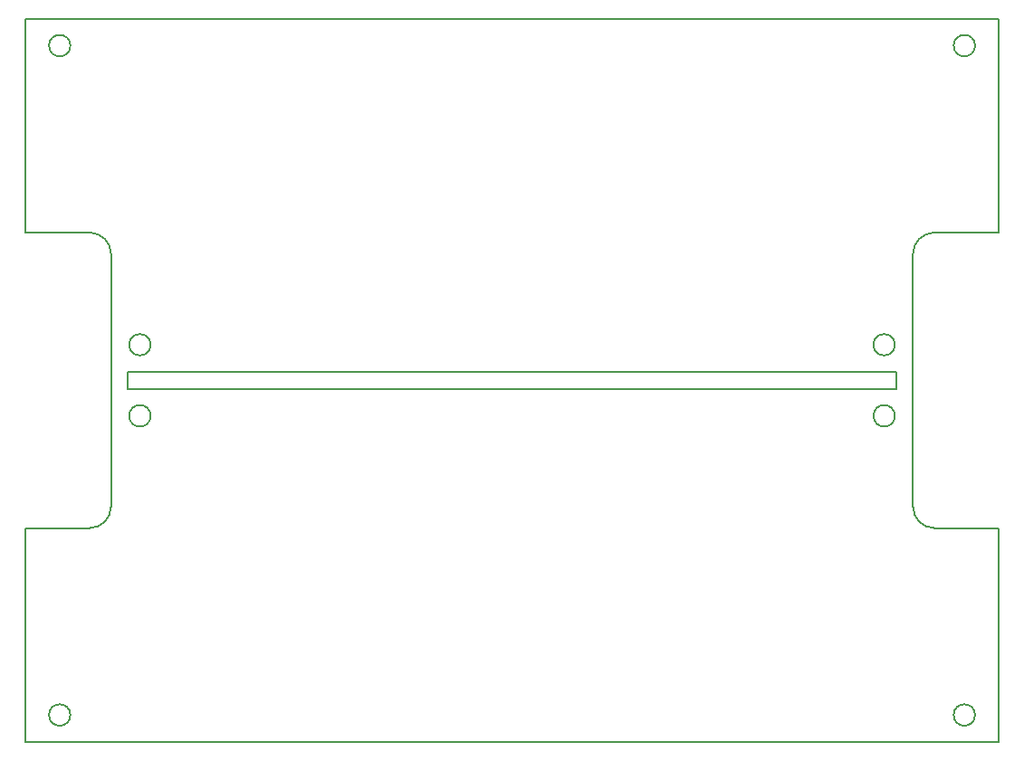
<source format=gko>
G04 #@! TF.GenerationSoftware,KiCad,Pcbnew,(5.0.0)*
G04 #@! TF.CreationDate,2019-07-10T13:20:49+09:00*
G04 #@! TF.ProjectId,top and bottom,746F7020616E6420626F74746F6D2E6B,rev?*
G04 #@! TF.SameCoordinates,Original*
G04 #@! TF.FileFunction,Profile,NP*
%FSLAX46Y46*%
G04 Gerber Fmt 4.6, Leading zero omitted, Abs format (unit mm)*
G04 Created by KiCad (PCBNEW (5.0.0)) date 07/10/19 13:20:49*
%MOMM*%
%LPD*%
G01*
G04 APERTURE LIST*
%ADD10C,0.150000*%
%ADD11C,0.200000*%
G04 APERTURE END LIST*
D10*
X118800000Y-104100000D02*
X118800000Y-105750000D01*
X117250000Y-105750000D02*
X117250000Y-104100000D01*
X190700000Y-105650000D02*
X190700000Y-105750000D01*
X118800000Y-104100000D02*
X190700000Y-104100000D01*
X118800000Y-105750000D02*
X190700000Y-105750000D01*
X190700000Y-105700000D02*
X190700000Y-104100000D01*
X192250000Y-105800000D02*
X192250000Y-104100000D01*
D11*
X198050000Y-73609734D02*
G75*
G03X198050000Y-73609734I-1000000J0D01*
G01*
X109250000Y-71100000D02*
X109250000Y-91100000D01*
X200250000Y-71100000D02*
X109250000Y-71100000D01*
X194250000Y-91100000D02*
X200250000Y-91100000D01*
X192250000Y-93100000D02*
G75*
G02X194250000Y-91100000I2000000J0D01*
G01*
X117250000Y-93100000D02*
X117250000Y-104100000D01*
X109250000Y-91100000D02*
X115250000Y-91100000D01*
X115250000Y-91100000D02*
G75*
G02X117250000Y-93100000I0J-2000000D01*
G01*
X113450000Y-73609734D02*
G75*
G03X113450000Y-73609734I-1000000J0D01*
G01*
X192250000Y-104100000D02*
X192250000Y-93100000D01*
X200250000Y-91100000D02*
X200250000Y-71100000D01*
X120950000Y-101600000D02*
G75*
G03X120950000Y-101600000I-1000000J0D01*
G01*
X190550000Y-101600000D02*
G75*
G03X190550000Y-101600000I-1000000J0D01*
G01*
X200250000Y-138750000D02*
X200250000Y-118750000D01*
X109250000Y-118750000D02*
X109250000Y-138750000D01*
X113450000Y-136240266D02*
G75*
G03X113450000Y-136240266I-1000000J0D01*
G01*
X198050000Y-136240266D02*
G75*
G03X198050000Y-136240266I-1000000J0D01*
G01*
X190550000Y-108250000D02*
G75*
G03X190550000Y-108250000I-1000000J0D01*
G01*
X115250000Y-118750000D02*
X109250000Y-118750000D01*
X120950000Y-108250000D02*
G75*
G03X120950000Y-108250000I-1000000J0D01*
G01*
X117250000Y-105750000D02*
X117250000Y-116750000D01*
X117250000Y-116750000D02*
G75*
G02X115250000Y-118750000I-2000000J0D01*
G01*
X109250000Y-138750000D02*
X200250000Y-138750000D01*
X192250000Y-116750000D02*
X192250000Y-105750000D01*
X194250000Y-118750000D02*
G75*
G02X192250000Y-116750000I0J2000000D01*
G01*
X200250000Y-118750000D02*
X194250000Y-118750000D01*
M02*

</source>
